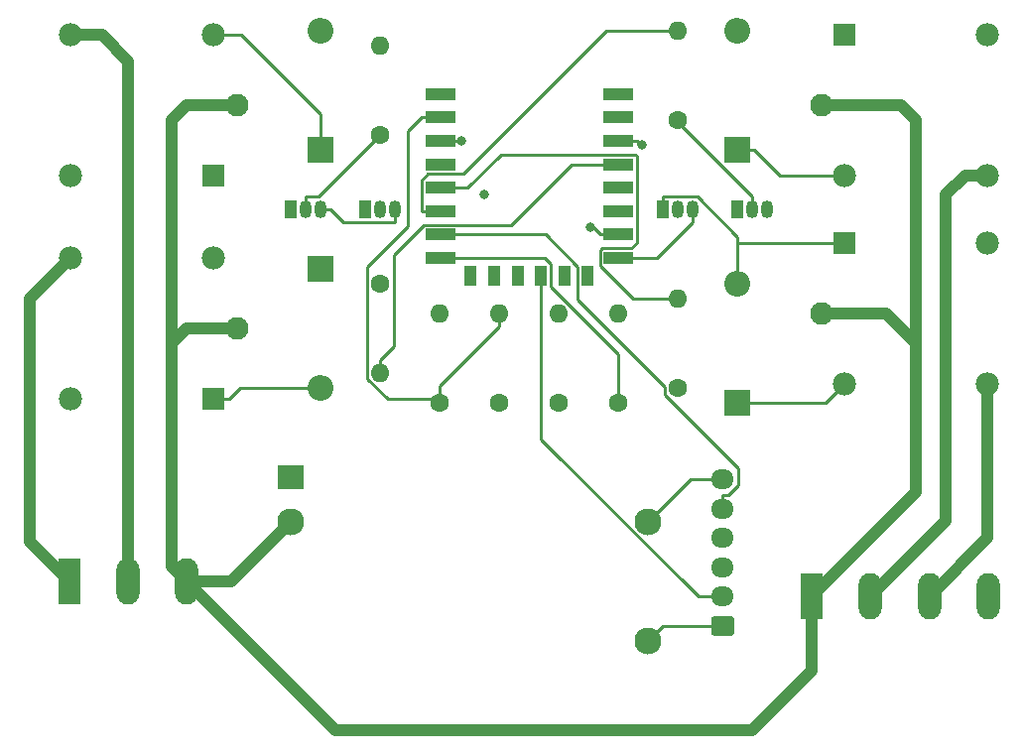
<source format=gtl>
%TF.GenerationSoftware,KiCad,Pcbnew,(5.1.10)-1*%
%TF.CreationDate,2021-10-30T21:12:42+05:30*%
%TF.ProjectId,esp12swithch board,65737031-3273-4776-9974-68636820626f,rev?*%
%TF.SameCoordinates,Original*%
%TF.FileFunction,Copper,L1,Top*%
%TF.FilePolarity,Positive*%
%FSLAX46Y46*%
G04 Gerber Fmt 4.6, Leading zero omitted, Abs format (unit mm)*
G04 Created by KiCad (PCBNEW (5.1.10)-1) date 2021-10-30 21:12:42*
%MOMM*%
%LPD*%
G01*
G04 APERTURE LIST*
%TA.AperFunction,ComponentPad*%
%ADD10C,1.980000*%
%TD*%
%TA.AperFunction,ComponentPad*%
%ADD11C,1.935000*%
%TD*%
%TA.AperFunction,ComponentPad*%
%ADD12R,1.980000X1.980000*%
%TD*%
%TA.AperFunction,SMDPad,CuDef*%
%ADD13R,2.500000X1.000000*%
%TD*%
%TA.AperFunction,SMDPad,CuDef*%
%ADD14R,1.000000X1.800000*%
%TD*%
%TA.AperFunction,ComponentPad*%
%ADD15O,1.600000X1.600000*%
%TD*%
%TA.AperFunction,ComponentPad*%
%ADD16C,1.600000*%
%TD*%
%TA.AperFunction,ComponentPad*%
%ADD17R,1.050000X1.500000*%
%TD*%
%TA.AperFunction,ComponentPad*%
%ADD18O,1.050000X1.500000*%
%TD*%
%TA.AperFunction,ComponentPad*%
%ADD19C,2.300000*%
%TD*%
%TA.AperFunction,ComponentPad*%
%ADD20R,2.300000X2.000000*%
%TD*%
%TA.AperFunction,ComponentPad*%
%ADD21O,1.980000X3.960000*%
%TD*%
%TA.AperFunction,ComponentPad*%
%ADD22R,1.980000X3.960000*%
%TD*%
%TA.AperFunction,ComponentPad*%
%ADD23O,1.950000X1.700000*%
%TD*%
%TA.AperFunction,ComponentPad*%
%ADD24O,2.200000X2.200000*%
%TD*%
%TA.AperFunction,ComponentPad*%
%ADD25R,2.200000X2.200000*%
%TD*%
%TA.AperFunction,ViaPad*%
%ADD26C,0.800000*%
%TD*%
%TA.AperFunction,Conductor*%
%ADD27C,0.250000*%
%TD*%
%TA.AperFunction,Conductor*%
%ADD28C,1.000000*%
%TD*%
G04 APERTURE END LIST*
D10*
%TO.P,K3,NC*%
%TO.N,Net-(K3-PadNC)*%
X225810000Y-49880000D03*
%TO.P,K3,NO*%
%TO.N,Net-(J4-Pad2)*%
X225810000Y-61880000D03*
%TO.P,K3,A2*%
%TO.N,VCC*%
X213610000Y-61880000D03*
D11*
%TO.P,K3,COM*%
%TO.N,Net-(J1-Pad3)*%
X211610000Y-55880000D03*
D12*
%TO.P,K3,A1*%
%TO.N,Net-(D3-Pad2)*%
X213610000Y-49880000D03*
%TD*%
D10*
%TO.P,K4,NC*%
%TO.N,Net-(K4-PadNC)*%
X225810000Y-67660000D03*
%TO.P,K4,NO*%
%TO.N,Net-(J4-Pad3)*%
X225810000Y-79660000D03*
%TO.P,K4,A2*%
%TO.N,VCC*%
X213610000Y-79660000D03*
D11*
%TO.P,K4,COM*%
%TO.N,Net-(J1-Pad3)*%
X211610000Y-73660000D03*
D12*
%TO.P,K4,A1*%
%TO.N,Net-(D4-Pad2)*%
X213610000Y-67660000D03*
%TD*%
D10*
%TO.P,K2,NC*%
%TO.N,Net-(K2-PadNC)*%
X147570000Y-61880000D03*
%TO.P,K2,NO*%
%TO.N,Net-(J1-Pad2)*%
X147570000Y-49880000D03*
%TO.P,K2,A2*%
%TO.N,GND*%
X159770000Y-49880000D03*
D11*
%TO.P,K2,COM*%
%TO.N,Net-(J1-Pad3)*%
X161770000Y-55880000D03*
D12*
%TO.P,K2,A1*%
%TO.N,Net-(D2-Pad2)*%
X159770000Y-61880000D03*
%TD*%
D13*
%TO.P,U2,22*%
%TO.N,Net-(U2-Pad22)*%
X194290000Y-54920000D03*
%TO.P,U2,21*%
%TO.N,Net-(U2-Pad21)*%
X194290000Y-56920000D03*
%TO.P,U2,20*%
%TO.N,Net-(J3-Pad4)*%
X194290000Y-58920000D03*
%TO.P,U2,19*%
%TO.N,Net-(R1-Pad2)*%
X194290000Y-60920000D03*
%TO.P,U2,18*%
%TO.N,Net-(U2-Pad18)*%
X194290000Y-62920000D03*
%TO.P,U2,17*%
%TO.N,Net-(U2-Pad17)*%
X194290000Y-64920000D03*
%TO.P,U2,16*%
%TO.N,Net-(R2-Pad2)*%
X194290000Y-66920000D03*
%TO.P,U2,15*%
%TO.N,GND*%
X194290000Y-68920000D03*
D14*
%TO.P,U2,14*%
%TO.N,Net-(U2-Pad14)*%
X191690000Y-70420000D03*
%TO.P,U2,13*%
%TO.N,Net-(U2-Pad13)*%
X189690000Y-70420000D03*
%TO.P,U2,12*%
%TO.N,Net-(J3-Pad2)*%
X187690000Y-70420000D03*
%TO.P,U2,11*%
%TO.N,Net-(U2-Pad11)*%
X185690000Y-70420000D03*
%TO.P,U2,10*%
%TO.N,Net-(U2-Pad10)*%
X183690000Y-70420000D03*
%TO.P,U2,9*%
%TO.N,Net-(U2-Pad9)*%
X181690000Y-70420000D03*
D13*
%TO.P,U2,8*%
%TO.N,Net-(R7-Pad1)*%
X179090000Y-68920000D03*
%TO.P,U2,7*%
%TO.N,Net-(J3-Pad5)*%
X179090000Y-66920000D03*
%TO.P,U2,6*%
%TO.N,Net-(R3-Pad2)*%
X179090000Y-64920000D03*
%TO.P,U2,5*%
%TO.N,Net-(R4-Pad2)*%
X179090000Y-62920000D03*
%TO.P,U2,4*%
%TO.N,Net-(U2-Pad4)*%
X179090000Y-60920000D03*
%TO.P,U2,3*%
%TO.N,Net-(R7-Pad2)*%
X179090000Y-58920000D03*
%TO.P,U2,2*%
%TO.N,Net-(R5-Pad1)*%
X179090000Y-56920000D03*
%TO.P,U2,1*%
%TO.N,Net-(U2-Pad1)*%
X179090000Y-54920000D03*
%TD*%
D15*
%TO.P,R8,2*%
%TO.N,GND*%
X189230000Y-73660000D03*
D16*
%TO.P,R8,1*%
%TO.N,Net-(R2-Pad2)*%
X189230000Y-81280000D03*
%TD*%
D15*
%TO.P,R7,2*%
%TO.N,Net-(R7-Pad2)*%
X194310000Y-73660000D03*
D16*
%TO.P,R7,1*%
%TO.N,Net-(R7-Pad1)*%
X194310000Y-81280000D03*
%TD*%
D15*
%TO.P,R6,2*%
%TO.N,Net-(R5-Pad1)*%
X184150000Y-73660000D03*
D16*
%TO.P,R6,1*%
%TO.N,GND*%
X184150000Y-81280000D03*
%TD*%
D15*
%TO.P,R5,2*%
%TO.N,Net-(J3-Pad3)*%
X179070000Y-73660000D03*
D16*
%TO.P,R5,1*%
%TO.N,Net-(R5-Pad1)*%
X179070000Y-81280000D03*
%TD*%
D15*
%TO.P,R4,2*%
%TO.N,Net-(R4-Pad2)*%
X199390000Y-72390000D03*
D16*
%TO.P,R4,1*%
%TO.N,Net-(Q4-Pad2)*%
X199390000Y-80010000D03*
%TD*%
D15*
%TO.P,R3,2*%
%TO.N,Net-(R3-Pad2)*%
X199390000Y-49530000D03*
D16*
%TO.P,R3,1*%
%TO.N,Net-(Q3-Pad2)*%
X199390000Y-57150000D03*
%TD*%
D15*
%TO.P,R2,2*%
%TO.N,Net-(R2-Pad2)*%
X173990000Y-50800000D03*
D16*
%TO.P,R2,1*%
%TO.N,Net-(Q2-Pad2)*%
X173990000Y-58420000D03*
%TD*%
D15*
%TO.P,R1,2*%
%TO.N,Net-(R1-Pad2)*%
X173990000Y-78740000D03*
D16*
%TO.P,R1,1*%
%TO.N,Net-(Q1-Pad2)*%
X173990000Y-71120000D03*
%TD*%
D17*
%TO.P,Q4,1*%
%TO.N,Net-(D4-Pad2)*%
X198120000Y-64770000D03*
D18*
%TO.P,Q4,3*%
%TO.N,GND*%
X200660000Y-64770000D03*
%TO.P,Q4,2*%
%TO.N,Net-(Q4-Pad2)*%
X199390000Y-64770000D03*
%TD*%
D17*
%TO.P,Q3,1*%
%TO.N,Net-(D3-Pad2)*%
X204470000Y-64770000D03*
D18*
%TO.P,Q3,3*%
%TO.N,GND*%
X207010000Y-64770000D03*
%TO.P,Q3,2*%
%TO.N,Net-(Q3-Pad2)*%
X205740000Y-64770000D03*
%TD*%
D17*
%TO.P,Q2,1*%
%TO.N,Net-(D2-Pad2)*%
X166370000Y-64770000D03*
D18*
%TO.P,Q2,3*%
%TO.N,VCC*%
X168910000Y-64770000D03*
%TO.P,Q2,2*%
%TO.N,Net-(Q2-Pad2)*%
X167640000Y-64770000D03*
%TD*%
D17*
%TO.P,Q1,1*%
%TO.N,Net-(D1-Pad2)*%
X172720000Y-64770000D03*
D18*
%TO.P,Q1,3*%
%TO.N,VCC*%
X175260000Y-64770000D03*
%TO.P,Q1,2*%
%TO.N,Net-(Q1-Pad2)*%
X173990000Y-64770000D03*
%TD*%
D19*
%TO.P,PS1,4*%
%TO.N,VCC*%
X196850000Y-101600000D03*
%TO.P,PS1,2*%
%TO.N,Net-(J1-Pad3)*%
X166370000Y-91440000D03*
D20*
%TO.P,PS1,1*%
%TO.N,Net-(J4-Pad4)*%
X166370000Y-87630000D03*
D19*
%TO.P,PS1,3*%
%TO.N,GND*%
X196850000Y-91440000D03*
%TD*%
D10*
%TO.P,K1,NC*%
%TO.N,Net-(K1-PadNC)*%
X147570000Y-80930000D03*
%TO.P,K1,NO*%
%TO.N,Net-(J1-Pad1)*%
X147570000Y-68930000D03*
%TO.P,K1,A2*%
%TO.N,GND*%
X159770000Y-68930000D03*
D11*
%TO.P,K1,COM*%
%TO.N,Net-(J1-Pad3)*%
X161770000Y-74930000D03*
D12*
%TO.P,K1,A1*%
%TO.N,Net-(D1-Pad2)*%
X159770000Y-80930000D03*
%TD*%
D21*
%TO.P,J4,3*%
%TO.N,Net-(J4-Pad3)*%
X220820000Y-97790000D03*
%TO.P,J4,4*%
%TO.N,Net-(J4-Pad4)*%
X225820000Y-97790000D03*
%TO.P,J4,2*%
%TO.N,Net-(J4-Pad2)*%
X215820000Y-97790000D03*
D22*
%TO.P,J4,1*%
%TO.N,Net-(J1-Pad3)*%
X210820000Y-97790000D03*
%TD*%
D23*
%TO.P,J3,6*%
%TO.N,GND*%
X203200000Y-87830000D03*
%TO.P,J3,5*%
%TO.N,Net-(J3-Pad5)*%
X203200000Y-90330000D03*
%TO.P,J3,4*%
%TO.N,Net-(J3-Pad4)*%
X203200000Y-92830000D03*
%TO.P,J3,3*%
%TO.N,Net-(J3-Pad3)*%
X203200000Y-95330000D03*
%TO.P,J3,2*%
%TO.N,Net-(J3-Pad2)*%
X203200000Y-97830000D03*
%TO.P,J3,1*%
%TO.N,VCC*%
%TA.AperFunction,ComponentPad*%
G36*
G01*
X203925000Y-101180000D02*
X202475000Y-101180000D01*
G75*
G02*
X202225000Y-100930000I0J250000D01*
G01*
X202225000Y-99730000D01*
G75*
G02*
X202475000Y-99480000I250000J0D01*
G01*
X203925000Y-99480000D01*
G75*
G02*
X204175000Y-99730000I0J-250000D01*
G01*
X204175000Y-100930000D01*
G75*
G02*
X203925000Y-101180000I-250000J0D01*
G01*
G37*
%TD.AperFunction*%
%TD*%
D21*
%TO.P,J1,3*%
%TO.N,Net-(J1-Pad3)*%
X157480000Y-96520000D03*
%TO.P,J1,2*%
%TO.N,Net-(J1-Pad2)*%
X152480000Y-96520000D03*
D22*
%TO.P,J1,1*%
%TO.N,Net-(J1-Pad1)*%
X147480000Y-96520000D03*
%TD*%
D24*
%TO.P,D4,2*%
%TO.N,Net-(D4-Pad2)*%
X204470000Y-71120000D03*
D25*
%TO.P,D4,1*%
%TO.N,VCC*%
X204470000Y-81280000D03*
%TD*%
D24*
%TO.P,D3,2*%
%TO.N,Net-(D3-Pad2)*%
X204470000Y-49530000D03*
D25*
%TO.P,D3,1*%
%TO.N,VCC*%
X204470000Y-59690000D03*
%TD*%
D24*
%TO.P,D2,2*%
%TO.N,Net-(D2-Pad2)*%
X168910000Y-49530000D03*
D25*
%TO.P,D2,1*%
%TO.N,GND*%
X168910000Y-59690000D03*
%TD*%
D24*
%TO.P,D1,2*%
%TO.N,Net-(D1-Pad2)*%
X168910000Y-80010000D03*
D25*
%TO.P,D1,1*%
%TO.N,GND*%
X168910000Y-69850000D03*
%TD*%
D26*
%TO.N,GND*%
X182880000Y-63500000D03*
%TO.N,Net-(J3-Pad4)*%
X196297000Y-59241000D03*
%TO.N,Net-(R2-Pad2)*%
X191927600Y-66334400D03*
%TO.N,Net-(R7-Pad2)*%
X180940400Y-58920000D03*
%TD*%
D27*
%TO.N,Net-(D1-Pad2)*%
X159770000Y-80930000D02*
X161085300Y-80930000D01*
X168910000Y-80010000D02*
X162005300Y-80010000D01*
X162005300Y-80010000D02*
X161085300Y-80930000D01*
%TO.N,GND*%
X200660000Y-64770000D02*
X200660000Y-65845300D01*
X200660000Y-65845300D02*
X197585300Y-68920000D01*
X197585300Y-68920000D02*
X194290000Y-68920000D01*
X196850000Y-91440000D02*
X200460000Y-87830000D01*
X200460000Y-87830000D02*
X203200000Y-87830000D01*
X159770000Y-49880000D02*
X162125900Y-49880000D01*
X162125900Y-49880000D02*
X168910000Y-56664100D01*
X168910000Y-56664100D02*
X168910000Y-59690000D01*
%TO.N,VCC*%
X204470000Y-59690000D02*
X205895300Y-59690000D01*
X205895300Y-59690000D02*
X208085300Y-61880000D01*
X208085300Y-61880000D02*
X213610000Y-61880000D01*
X175260000Y-64770000D02*
X175260000Y-65845300D01*
X168910000Y-64770000D02*
X169760300Y-64770000D01*
X169760300Y-64770000D02*
X170835600Y-65845300D01*
X170835600Y-65845300D02*
X175260000Y-65845300D01*
X213610000Y-79660000D02*
X211990000Y-81280000D01*
X211990000Y-81280000D02*
X204470000Y-81280000D01*
X203200000Y-100330000D02*
X198120000Y-100330000D01*
X198120000Y-100330000D02*
X196850000Y-101600000D01*
%TO.N,Net-(D4-Pad2)*%
X204470000Y-67660000D02*
X204470000Y-67148100D01*
X204470000Y-67148100D02*
X201016600Y-63694700D01*
X201016600Y-63694700D02*
X198120000Y-63694700D01*
X204470000Y-71120000D02*
X204470000Y-67660000D01*
X204470000Y-67660000D02*
X213610000Y-67660000D01*
X198120000Y-64770000D02*
X198120000Y-63694700D01*
D28*
%TO.N,Net-(J1-Pad3)*%
X219710000Y-76200000D02*
X219710000Y-81280000D01*
X211610000Y-73660000D02*
X217170000Y-73660000D01*
X217170000Y-73660000D02*
X219710000Y-76200000D01*
X219710000Y-76200000D02*
X219710000Y-81280000D01*
X211610000Y-55880000D02*
X218440000Y-55880000D01*
X218440000Y-55880000D02*
X219710000Y-57150000D01*
X219710000Y-57150000D02*
X219710000Y-76200000D01*
X156210000Y-76200000D02*
X156210000Y-81280000D01*
X161770000Y-74930000D02*
X157480000Y-74930000D01*
X157480000Y-74930000D02*
X156210000Y-76200000D01*
X156210000Y-76200000D02*
X156210000Y-81280000D01*
X210820000Y-97790000D02*
X210820000Y-104140000D01*
X210820000Y-104140000D02*
X205740000Y-109220000D01*
X205740000Y-109220000D02*
X170180000Y-109220000D01*
X170180000Y-109220000D02*
X157480000Y-96520000D01*
X156210000Y-81280000D02*
X156210000Y-95250000D01*
X156210000Y-95250000D02*
X157480000Y-96520000D01*
X161770000Y-55880000D02*
X157480000Y-55880000D01*
X157480000Y-55880000D02*
X156210000Y-57150000D01*
X156210000Y-57150000D02*
X156210000Y-76200000D01*
X157480000Y-96520000D02*
X161290000Y-96520000D01*
X161290000Y-96520000D02*
X166370000Y-91440000D01*
X219710000Y-81280000D02*
X219710000Y-88900000D01*
X219710000Y-88900000D02*
X210820000Y-97790000D01*
%TO.N,Net-(J1-Pad2)*%
X147570000Y-49880000D02*
X150210000Y-49880000D01*
X150210000Y-49880000D02*
X152480000Y-52150000D01*
X152480000Y-52150000D02*
X152480000Y-96520000D01*
%TO.N,Net-(J1-Pad1)*%
X147570000Y-68930000D02*
X144110000Y-72390000D01*
X144110000Y-72390000D02*
X144110000Y-93150000D01*
X144110000Y-93150000D02*
X147480000Y-96520000D01*
D27*
%TO.N,Net-(J3-Pad5)*%
X203200000Y-90330000D02*
X203200000Y-89154700D01*
X203200000Y-89154700D02*
X203714200Y-89154700D01*
X203714200Y-89154700D02*
X204532900Y-88336000D01*
X204532900Y-88336000D02*
X204532900Y-86865900D01*
X204532900Y-86865900D02*
X198264600Y-80597600D01*
X198264600Y-80597600D02*
X198264600Y-79894900D01*
X198264600Y-79894900D02*
X190816100Y-72446400D01*
X190816100Y-72446400D02*
X190816100Y-69677700D01*
X190816100Y-69677700D02*
X188058400Y-66920000D01*
X188058400Y-66920000D02*
X179090000Y-66920000D01*
%TO.N,Net-(J3-Pad4)*%
X194290000Y-58920000D02*
X195865300Y-58920000D01*
X196297000Y-59241000D02*
X196186300Y-59241000D01*
X196186300Y-59241000D02*
X195865300Y-58920000D01*
%TO.N,Net-(J3-Pad2)*%
X203200000Y-97830000D02*
X201112600Y-97830000D01*
X201112600Y-97830000D02*
X187690000Y-84407400D01*
X187690000Y-84407400D02*
X187690000Y-70420000D01*
D28*
%TO.N,Net-(J4-Pad3)*%
X225810000Y-79660000D02*
X225810000Y-92800000D01*
X225810000Y-92800000D02*
X220820000Y-97790000D01*
%TO.N,Net-(J4-Pad2)*%
X225810000Y-61880000D02*
X223870000Y-61880000D01*
X223870000Y-61880000D02*
X222250000Y-63500000D01*
X222250000Y-63500000D02*
X222250000Y-91360000D01*
X222250000Y-91360000D02*
X215820000Y-97790000D01*
D27*
%TO.N,Net-(Q2-Pad2)*%
X167640000Y-64770000D02*
X167640000Y-63694700D01*
X167640000Y-63694700D02*
X168715300Y-63694700D01*
X168715300Y-63694700D02*
X173990000Y-58420000D01*
%TO.N,Net-(Q3-Pad2)*%
X205740000Y-64770000D02*
X205740000Y-63694700D01*
X205740000Y-63694700D02*
X199390000Y-57344700D01*
X199390000Y-57344700D02*
X199390000Y-57150000D01*
%TO.N,Net-(R1-Pad2)*%
X173990000Y-77614700D02*
X175115300Y-76489400D01*
X175115300Y-76489400D02*
X175115300Y-68634100D01*
X175115300Y-68634100D02*
X177654800Y-66094600D01*
X177654800Y-66094600D02*
X185155700Y-66094600D01*
X185155700Y-66094600D02*
X190330300Y-60920000D01*
X190330300Y-60920000D02*
X194290000Y-60920000D01*
X173990000Y-78740000D02*
X173990000Y-77614700D01*
%TO.N,Net-(R2-Pad2)*%
X191927600Y-66334400D02*
X192129100Y-66334400D01*
X192129100Y-66334400D02*
X192714700Y-66920000D01*
X194290000Y-66920000D02*
X192714700Y-66920000D01*
%TO.N,Net-(R3-Pad2)*%
X199390000Y-49530000D02*
X193284000Y-49530000D01*
X193284000Y-49530000D02*
X181068700Y-61745300D01*
X181068700Y-61745300D02*
X178054600Y-61745300D01*
X178054600Y-61745300D02*
X177514700Y-62285200D01*
X177514700Y-62285200D02*
X177514700Y-64920000D01*
X179090000Y-64920000D02*
X177514700Y-64920000D01*
%TO.N,Net-(R4-Pad2)*%
X199390000Y-72390000D02*
X195548300Y-72390000D01*
X195548300Y-72390000D02*
X192714600Y-69556300D01*
X192714600Y-69556300D02*
X192714600Y-68277300D01*
X192714600Y-68277300D02*
X192897300Y-68094600D01*
X192897300Y-68094600D02*
X195401700Y-68094600D01*
X195401700Y-68094600D02*
X195872300Y-67624000D01*
X195872300Y-67624000D02*
X195872300Y-60224300D01*
X195872300Y-60224300D02*
X195742600Y-60094600D01*
X195742600Y-60094600D02*
X184255700Y-60094600D01*
X184255700Y-60094600D02*
X181430300Y-62920000D01*
X181430300Y-62920000D02*
X179090000Y-62920000D01*
%TO.N,Net-(R5-Pad1)*%
X179090000Y-56920000D02*
X177514700Y-56920000D01*
X179070000Y-80969400D02*
X174609500Y-80969400D01*
X174609500Y-80969400D02*
X172848100Y-79208000D01*
X172848100Y-79208000D02*
X172848100Y-69686300D01*
X172848100Y-69686300D02*
X176315000Y-66219400D01*
X176315000Y-66219400D02*
X176315000Y-58119700D01*
X176315000Y-58119700D02*
X177514700Y-56920000D01*
X179070000Y-80969400D02*
X179070000Y-81280000D01*
X184150000Y-74785300D02*
X179070100Y-79865200D01*
X179070100Y-79865200D02*
X179070100Y-80969400D01*
X179070100Y-80969400D02*
X179070000Y-80969400D01*
X184150000Y-73660000D02*
X184150000Y-74785300D01*
%TO.N,Net-(R7-Pad2)*%
X180665300Y-58920000D02*
X180940400Y-58920000D01*
X179090000Y-58920000D02*
X180665300Y-58920000D01*
%TO.N,Net-(R7-Pad1)*%
X194310000Y-81280000D02*
X194310000Y-77108100D01*
X194310000Y-77108100D02*
X188546000Y-71344100D01*
X188546000Y-71344100D02*
X188546000Y-69415900D01*
X188546000Y-69415900D02*
X188050100Y-68920000D01*
X188050100Y-68920000D02*
X179090000Y-68920000D01*
%TD*%
M02*

</source>
